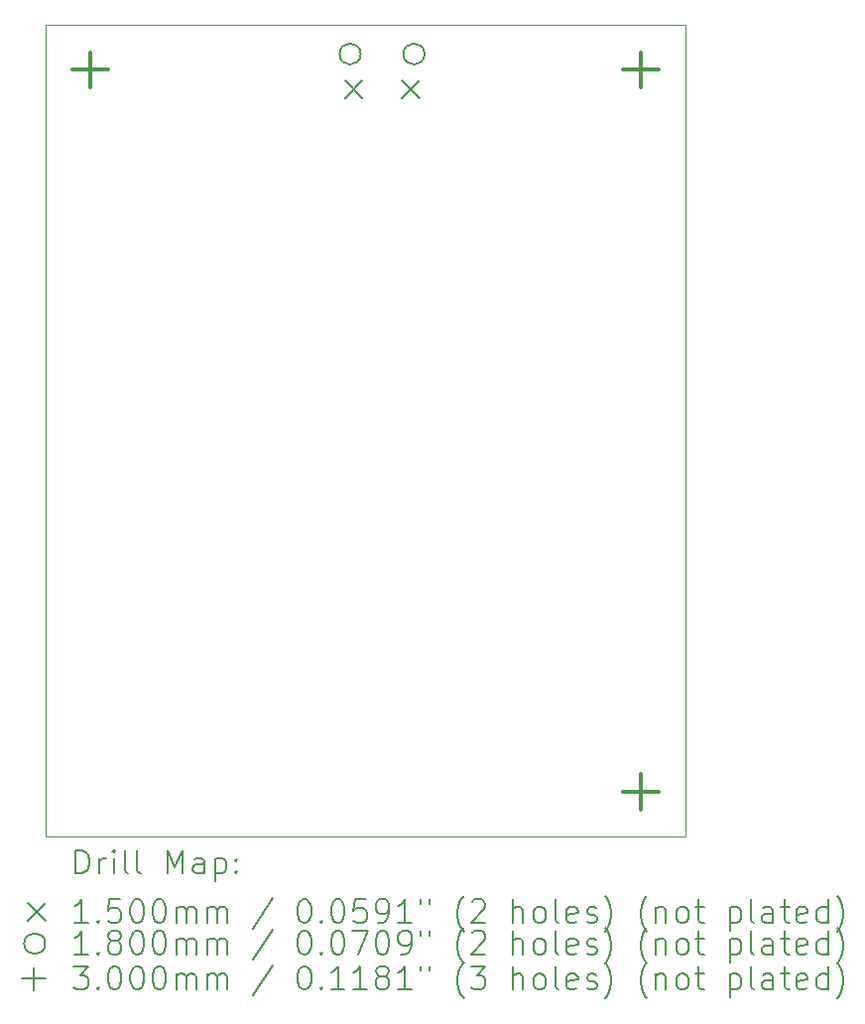
<source format=gbr>
%TF.GenerationSoftware,KiCad,Pcbnew,8.0.7*%
%TF.CreationDate,2025-01-17T18:29:09+11:00*%
%TF.ProjectId,MQTTDecoderExpansionBoard,4d515454-4465-4636-9f64-657245787061,A*%
%TF.SameCoordinates,Original*%
%TF.FileFunction,Drillmap*%
%TF.FilePolarity,Positive*%
%FSLAX45Y45*%
G04 Gerber Fmt 4.5, Leading zero omitted, Abs format (unit mm)*
G04 Created by KiCad (PCBNEW 8.0.7) date 2025-01-17 18:29:09*
%MOMM*%
%LPD*%
G01*
G04 APERTURE LIST*
%ADD10C,0.100000*%
%ADD11C,0.200000*%
%ADD12C,0.150000*%
%ADD13C,0.180000*%
%ADD14C,0.300000*%
G04 APERTURE END LIST*
D10*
X11430000Y-4254500D02*
X16891000Y-4254500D01*
X16891000Y-11176000D01*
X11430000Y-11176000D01*
X11430000Y-4254500D01*
D11*
D12*
X13982500Y-4728000D02*
X14132500Y-4878000D01*
X14132500Y-4728000D02*
X13982500Y-4878000D01*
X14467500Y-4728000D02*
X14617500Y-4878000D01*
X14617500Y-4728000D02*
X14467500Y-4878000D01*
D13*
X14117500Y-4500000D02*
G75*
G02*
X13937500Y-4500000I-90000J0D01*
G01*
X13937500Y-4500000D02*
G75*
G02*
X14117500Y-4500000I90000J0D01*
G01*
X14662500Y-4500000D02*
G75*
G02*
X14482500Y-4500000I-90000J0D01*
G01*
X14482500Y-4500000D02*
G75*
G02*
X14662500Y-4500000I90000J0D01*
G01*
D14*
X11811000Y-4485500D02*
X11811000Y-4785500D01*
X11661000Y-4635500D02*
X11961000Y-4635500D01*
X16510000Y-4485500D02*
X16510000Y-4785500D01*
X16360000Y-4635500D02*
X16660000Y-4635500D01*
X16510000Y-10645000D02*
X16510000Y-10945000D01*
X16360000Y-10795000D02*
X16660000Y-10795000D01*
D11*
X11685777Y-11492484D02*
X11685777Y-11292484D01*
X11685777Y-11292484D02*
X11733396Y-11292484D01*
X11733396Y-11292484D02*
X11761967Y-11302008D01*
X11761967Y-11302008D02*
X11781015Y-11321055D01*
X11781015Y-11321055D02*
X11790539Y-11340103D01*
X11790539Y-11340103D02*
X11800062Y-11378198D01*
X11800062Y-11378198D02*
X11800062Y-11406769D01*
X11800062Y-11406769D02*
X11790539Y-11444865D01*
X11790539Y-11444865D02*
X11781015Y-11463912D01*
X11781015Y-11463912D02*
X11761967Y-11482960D01*
X11761967Y-11482960D02*
X11733396Y-11492484D01*
X11733396Y-11492484D02*
X11685777Y-11492484D01*
X11885777Y-11492484D02*
X11885777Y-11359150D01*
X11885777Y-11397246D02*
X11895301Y-11378198D01*
X11895301Y-11378198D02*
X11904824Y-11368674D01*
X11904824Y-11368674D02*
X11923872Y-11359150D01*
X11923872Y-11359150D02*
X11942920Y-11359150D01*
X12009586Y-11492484D02*
X12009586Y-11359150D01*
X12009586Y-11292484D02*
X12000062Y-11302008D01*
X12000062Y-11302008D02*
X12009586Y-11311531D01*
X12009586Y-11311531D02*
X12019110Y-11302008D01*
X12019110Y-11302008D02*
X12009586Y-11292484D01*
X12009586Y-11292484D02*
X12009586Y-11311531D01*
X12133396Y-11492484D02*
X12114348Y-11482960D01*
X12114348Y-11482960D02*
X12104824Y-11463912D01*
X12104824Y-11463912D02*
X12104824Y-11292484D01*
X12238158Y-11492484D02*
X12219110Y-11482960D01*
X12219110Y-11482960D02*
X12209586Y-11463912D01*
X12209586Y-11463912D02*
X12209586Y-11292484D01*
X12466729Y-11492484D02*
X12466729Y-11292484D01*
X12466729Y-11292484D02*
X12533396Y-11435341D01*
X12533396Y-11435341D02*
X12600062Y-11292484D01*
X12600062Y-11292484D02*
X12600062Y-11492484D01*
X12781015Y-11492484D02*
X12781015Y-11387722D01*
X12781015Y-11387722D02*
X12771491Y-11368674D01*
X12771491Y-11368674D02*
X12752443Y-11359150D01*
X12752443Y-11359150D02*
X12714348Y-11359150D01*
X12714348Y-11359150D02*
X12695301Y-11368674D01*
X12781015Y-11482960D02*
X12761967Y-11492484D01*
X12761967Y-11492484D02*
X12714348Y-11492484D01*
X12714348Y-11492484D02*
X12695301Y-11482960D01*
X12695301Y-11482960D02*
X12685777Y-11463912D01*
X12685777Y-11463912D02*
X12685777Y-11444865D01*
X12685777Y-11444865D02*
X12695301Y-11425817D01*
X12695301Y-11425817D02*
X12714348Y-11416293D01*
X12714348Y-11416293D02*
X12761967Y-11416293D01*
X12761967Y-11416293D02*
X12781015Y-11406769D01*
X12876253Y-11359150D02*
X12876253Y-11559150D01*
X12876253Y-11368674D02*
X12895301Y-11359150D01*
X12895301Y-11359150D02*
X12933396Y-11359150D01*
X12933396Y-11359150D02*
X12952443Y-11368674D01*
X12952443Y-11368674D02*
X12961967Y-11378198D01*
X12961967Y-11378198D02*
X12971491Y-11397246D01*
X12971491Y-11397246D02*
X12971491Y-11454388D01*
X12971491Y-11454388D02*
X12961967Y-11473436D01*
X12961967Y-11473436D02*
X12952443Y-11482960D01*
X12952443Y-11482960D02*
X12933396Y-11492484D01*
X12933396Y-11492484D02*
X12895301Y-11492484D01*
X12895301Y-11492484D02*
X12876253Y-11482960D01*
X13057205Y-11473436D02*
X13066729Y-11482960D01*
X13066729Y-11482960D02*
X13057205Y-11492484D01*
X13057205Y-11492484D02*
X13047682Y-11482960D01*
X13047682Y-11482960D02*
X13057205Y-11473436D01*
X13057205Y-11473436D02*
X13057205Y-11492484D01*
X13057205Y-11368674D02*
X13066729Y-11378198D01*
X13066729Y-11378198D02*
X13057205Y-11387722D01*
X13057205Y-11387722D02*
X13047682Y-11378198D01*
X13047682Y-11378198D02*
X13057205Y-11368674D01*
X13057205Y-11368674D02*
X13057205Y-11387722D01*
D12*
X11275000Y-11746000D02*
X11425000Y-11896000D01*
X11425000Y-11746000D02*
X11275000Y-11896000D01*
D11*
X11790539Y-11912484D02*
X11676253Y-11912484D01*
X11733396Y-11912484D02*
X11733396Y-11712484D01*
X11733396Y-11712484D02*
X11714348Y-11741055D01*
X11714348Y-11741055D02*
X11695301Y-11760103D01*
X11695301Y-11760103D02*
X11676253Y-11769627D01*
X11876253Y-11893436D02*
X11885777Y-11902960D01*
X11885777Y-11902960D02*
X11876253Y-11912484D01*
X11876253Y-11912484D02*
X11866729Y-11902960D01*
X11866729Y-11902960D02*
X11876253Y-11893436D01*
X11876253Y-11893436D02*
X11876253Y-11912484D01*
X12066729Y-11712484D02*
X11971491Y-11712484D01*
X11971491Y-11712484D02*
X11961967Y-11807722D01*
X11961967Y-11807722D02*
X11971491Y-11798198D01*
X11971491Y-11798198D02*
X11990539Y-11788674D01*
X11990539Y-11788674D02*
X12038158Y-11788674D01*
X12038158Y-11788674D02*
X12057205Y-11798198D01*
X12057205Y-11798198D02*
X12066729Y-11807722D01*
X12066729Y-11807722D02*
X12076253Y-11826769D01*
X12076253Y-11826769D02*
X12076253Y-11874388D01*
X12076253Y-11874388D02*
X12066729Y-11893436D01*
X12066729Y-11893436D02*
X12057205Y-11902960D01*
X12057205Y-11902960D02*
X12038158Y-11912484D01*
X12038158Y-11912484D02*
X11990539Y-11912484D01*
X11990539Y-11912484D02*
X11971491Y-11902960D01*
X11971491Y-11902960D02*
X11961967Y-11893436D01*
X12200062Y-11712484D02*
X12219110Y-11712484D01*
X12219110Y-11712484D02*
X12238158Y-11722008D01*
X12238158Y-11722008D02*
X12247682Y-11731531D01*
X12247682Y-11731531D02*
X12257205Y-11750579D01*
X12257205Y-11750579D02*
X12266729Y-11788674D01*
X12266729Y-11788674D02*
X12266729Y-11836293D01*
X12266729Y-11836293D02*
X12257205Y-11874388D01*
X12257205Y-11874388D02*
X12247682Y-11893436D01*
X12247682Y-11893436D02*
X12238158Y-11902960D01*
X12238158Y-11902960D02*
X12219110Y-11912484D01*
X12219110Y-11912484D02*
X12200062Y-11912484D01*
X12200062Y-11912484D02*
X12181015Y-11902960D01*
X12181015Y-11902960D02*
X12171491Y-11893436D01*
X12171491Y-11893436D02*
X12161967Y-11874388D01*
X12161967Y-11874388D02*
X12152443Y-11836293D01*
X12152443Y-11836293D02*
X12152443Y-11788674D01*
X12152443Y-11788674D02*
X12161967Y-11750579D01*
X12161967Y-11750579D02*
X12171491Y-11731531D01*
X12171491Y-11731531D02*
X12181015Y-11722008D01*
X12181015Y-11722008D02*
X12200062Y-11712484D01*
X12390539Y-11712484D02*
X12409586Y-11712484D01*
X12409586Y-11712484D02*
X12428634Y-11722008D01*
X12428634Y-11722008D02*
X12438158Y-11731531D01*
X12438158Y-11731531D02*
X12447682Y-11750579D01*
X12447682Y-11750579D02*
X12457205Y-11788674D01*
X12457205Y-11788674D02*
X12457205Y-11836293D01*
X12457205Y-11836293D02*
X12447682Y-11874388D01*
X12447682Y-11874388D02*
X12438158Y-11893436D01*
X12438158Y-11893436D02*
X12428634Y-11902960D01*
X12428634Y-11902960D02*
X12409586Y-11912484D01*
X12409586Y-11912484D02*
X12390539Y-11912484D01*
X12390539Y-11912484D02*
X12371491Y-11902960D01*
X12371491Y-11902960D02*
X12361967Y-11893436D01*
X12361967Y-11893436D02*
X12352443Y-11874388D01*
X12352443Y-11874388D02*
X12342920Y-11836293D01*
X12342920Y-11836293D02*
X12342920Y-11788674D01*
X12342920Y-11788674D02*
X12352443Y-11750579D01*
X12352443Y-11750579D02*
X12361967Y-11731531D01*
X12361967Y-11731531D02*
X12371491Y-11722008D01*
X12371491Y-11722008D02*
X12390539Y-11712484D01*
X12542920Y-11912484D02*
X12542920Y-11779150D01*
X12542920Y-11798198D02*
X12552443Y-11788674D01*
X12552443Y-11788674D02*
X12571491Y-11779150D01*
X12571491Y-11779150D02*
X12600063Y-11779150D01*
X12600063Y-11779150D02*
X12619110Y-11788674D01*
X12619110Y-11788674D02*
X12628634Y-11807722D01*
X12628634Y-11807722D02*
X12628634Y-11912484D01*
X12628634Y-11807722D02*
X12638158Y-11788674D01*
X12638158Y-11788674D02*
X12657205Y-11779150D01*
X12657205Y-11779150D02*
X12685777Y-11779150D01*
X12685777Y-11779150D02*
X12704824Y-11788674D01*
X12704824Y-11788674D02*
X12714348Y-11807722D01*
X12714348Y-11807722D02*
X12714348Y-11912484D01*
X12809586Y-11912484D02*
X12809586Y-11779150D01*
X12809586Y-11798198D02*
X12819110Y-11788674D01*
X12819110Y-11788674D02*
X12838158Y-11779150D01*
X12838158Y-11779150D02*
X12866729Y-11779150D01*
X12866729Y-11779150D02*
X12885777Y-11788674D01*
X12885777Y-11788674D02*
X12895301Y-11807722D01*
X12895301Y-11807722D02*
X12895301Y-11912484D01*
X12895301Y-11807722D02*
X12904824Y-11788674D01*
X12904824Y-11788674D02*
X12923872Y-11779150D01*
X12923872Y-11779150D02*
X12952443Y-11779150D01*
X12952443Y-11779150D02*
X12971491Y-11788674D01*
X12971491Y-11788674D02*
X12981015Y-11807722D01*
X12981015Y-11807722D02*
X12981015Y-11912484D01*
X13371491Y-11702960D02*
X13200063Y-11960103D01*
X13628634Y-11712484D02*
X13647682Y-11712484D01*
X13647682Y-11712484D02*
X13666729Y-11722008D01*
X13666729Y-11722008D02*
X13676253Y-11731531D01*
X13676253Y-11731531D02*
X13685777Y-11750579D01*
X13685777Y-11750579D02*
X13695301Y-11788674D01*
X13695301Y-11788674D02*
X13695301Y-11836293D01*
X13695301Y-11836293D02*
X13685777Y-11874388D01*
X13685777Y-11874388D02*
X13676253Y-11893436D01*
X13676253Y-11893436D02*
X13666729Y-11902960D01*
X13666729Y-11902960D02*
X13647682Y-11912484D01*
X13647682Y-11912484D02*
X13628634Y-11912484D01*
X13628634Y-11912484D02*
X13609586Y-11902960D01*
X13609586Y-11902960D02*
X13600063Y-11893436D01*
X13600063Y-11893436D02*
X13590539Y-11874388D01*
X13590539Y-11874388D02*
X13581015Y-11836293D01*
X13581015Y-11836293D02*
X13581015Y-11788674D01*
X13581015Y-11788674D02*
X13590539Y-11750579D01*
X13590539Y-11750579D02*
X13600063Y-11731531D01*
X13600063Y-11731531D02*
X13609586Y-11722008D01*
X13609586Y-11722008D02*
X13628634Y-11712484D01*
X13781015Y-11893436D02*
X13790539Y-11902960D01*
X13790539Y-11902960D02*
X13781015Y-11912484D01*
X13781015Y-11912484D02*
X13771491Y-11902960D01*
X13771491Y-11902960D02*
X13781015Y-11893436D01*
X13781015Y-11893436D02*
X13781015Y-11912484D01*
X13914348Y-11712484D02*
X13933396Y-11712484D01*
X13933396Y-11712484D02*
X13952444Y-11722008D01*
X13952444Y-11722008D02*
X13961967Y-11731531D01*
X13961967Y-11731531D02*
X13971491Y-11750579D01*
X13971491Y-11750579D02*
X13981015Y-11788674D01*
X13981015Y-11788674D02*
X13981015Y-11836293D01*
X13981015Y-11836293D02*
X13971491Y-11874388D01*
X13971491Y-11874388D02*
X13961967Y-11893436D01*
X13961967Y-11893436D02*
X13952444Y-11902960D01*
X13952444Y-11902960D02*
X13933396Y-11912484D01*
X13933396Y-11912484D02*
X13914348Y-11912484D01*
X13914348Y-11912484D02*
X13895301Y-11902960D01*
X13895301Y-11902960D02*
X13885777Y-11893436D01*
X13885777Y-11893436D02*
X13876253Y-11874388D01*
X13876253Y-11874388D02*
X13866729Y-11836293D01*
X13866729Y-11836293D02*
X13866729Y-11788674D01*
X13866729Y-11788674D02*
X13876253Y-11750579D01*
X13876253Y-11750579D02*
X13885777Y-11731531D01*
X13885777Y-11731531D02*
X13895301Y-11722008D01*
X13895301Y-11722008D02*
X13914348Y-11712484D01*
X14161967Y-11712484D02*
X14066729Y-11712484D01*
X14066729Y-11712484D02*
X14057206Y-11807722D01*
X14057206Y-11807722D02*
X14066729Y-11798198D01*
X14066729Y-11798198D02*
X14085777Y-11788674D01*
X14085777Y-11788674D02*
X14133396Y-11788674D01*
X14133396Y-11788674D02*
X14152444Y-11798198D01*
X14152444Y-11798198D02*
X14161967Y-11807722D01*
X14161967Y-11807722D02*
X14171491Y-11826769D01*
X14171491Y-11826769D02*
X14171491Y-11874388D01*
X14171491Y-11874388D02*
X14161967Y-11893436D01*
X14161967Y-11893436D02*
X14152444Y-11902960D01*
X14152444Y-11902960D02*
X14133396Y-11912484D01*
X14133396Y-11912484D02*
X14085777Y-11912484D01*
X14085777Y-11912484D02*
X14066729Y-11902960D01*
X14066729Y-11902960D02*
X14057206Y-11893436D01*
X14266729Y-11912484D02*
X14304825Y-11912484D01*
X14304825Y-11912484D02*
X14323872Y-11902960D01*
X14323872Y-11902960D02*
X14333396Y-11893436D01*
X14333396Y-11893436D02*
X14352444Y-11864865D01*
X14352444Y-11864865D02*
X14361967Y-11826769D01*
X14361967Y-11826769D02*
X14361967Y-11750579D01*
X14361967Y-11750579D02*
X14352444Y-11731531D01*
X14352444Y-11731531D02*
X14342920Y-11722008D01*
X14342920Y-11722008D02*
X14323872Y-11712484D01*
X14323872Y-11712484D02*
X14285777Y-11712484D01*
X14285777Y-11712484D02*
X14266729Y-11722008D01*
X14266729Y-11722008D02*
X14257206Y-11731531D01*
X14257206Y-11731531D02*
X14247682Y-11750579D01*
X14247682Y-11750579D02*
X14247682Y-11798198D01*
X14247682Y-11798198D02*
X14257206Y-11817246D01*
X14257206Y-11817246D02*
X14266729Y-11826769D01*
X14266729Y-11826769D02*
X14285777Y-11836293D01*
X14285777Y-11836293D02*
X14323872Y-11836293D01*
X14323872Y-11836293D02*
X14342920Y-11826769D01*
X14342920Y-11826769D02*
X14352444Y-11817246D01*
X14352444Y-11817246D02*
X14361967Y-11798198D01*
X14552444Y-11912484D02*
X14438158Y-11912484D01*
X14495301Y-11912484D02*
X14495301Y-11712484D01*
X14495301Y-11712484D02*
X14476253Y-11741055D01*
X14476253Y-11741055D02*
X14457206Y-11760103D01*
X14457206Y-11760103D02*
X14438158Y-11769627D01*
X14628634Y-11712484D02*
X14628634Y-11750579D01*
X14704825Y-11712484D02*
X14704825Y-11750579D01*
X15000063Y-11988674D02*
X14990539Y-11979150D01*
X14990539Y-11979150D02*
X14971491Y-11950579D01*
X14971491Y-11950579D02*
X14961968Y-11931531D01*
X14961968Y-11931531D02*
X14952444Y-11902960D01*
X14952444Y-11902960D02*
X14942920Y-11855341D01*
X14942920Y-11855341D02*
X14942920Y-11817246D01*
X14942920Y-11817246D02*
X14952444Y-11769627D01*
X14952444Y-11769627D02*
X14961968Y-11741055D01*
X14961968Y-11741055D02*
X14971491Y-11722008D01*
X14971491Y-11722008D02*
X14990539Y-11693436D01*
X14990539Y-11693436D02*
X15000063Y-11683912D01*
X15066729Y-11731531D02*
X15076253Y-11722008D01*
X15076253Y-11722008D02*
X15095301Y-11712484D01*
X15095301Y-11712484D02*
X15142920Y-11712484D01*
X15142920Y-11712484D02*
X15161968Y-11722008D01*
X15161968Y-11722008D02*
X15171491Y-11731531D01*
X15171491Y-11731531D02*
X15181015Y-11750579D01*
X15181015Y-11750579D02*
X15181015Y-11769627D01*
X15181015Y-11769627D02*
X15171491Y-11798198D01*
X15171491Y-11798198D02*
X15057206Y-11912484D01*
X15057206Y-11912484D02*
X15181015Y-11912484D01*
X15419110Y-11912484D02*
X15419110Y-11712484D01*
X15504825Y-11912484D02*
X15504825Y-11807722D01*
X15504825Y-11807722D02*
X15495301Y-11788674D01*
X15495301Y-11788674D02*
X15476253Y-11779150D01*
X15476253Y-11779150D02*
X15447682Y-11779150D01*
X15447682Y-11779150D02*
X15428634Y-11788674D01*
X15428634Y-11788674D02*
X15419110Y-11798198D01*
X15628634Y-11912484D02*
X15609587Y-11902960D01*
X15609587Y-11902960D02*
X15600063Y-11893436D01*
X15600063Y-11893436D02*
X15590539Y-11874388D01*
X15590539Y-11874388D02*
X15590539Y-11817246D01*
X15590539Y-11817246D02*
X15600063Y-11798198D01*
X15600063Y-11798198D02*
X15609587Y-11788674D01*
X15609587Y-11788674D02*
X15628634Y-11779150D01*
X15628634Y-11779150D02*
X15657206Y-11779150D01*
X15657206Y-11779150D02*
X15676253Y-11788674D01*
X15676253Y-11788674D02*
X15685777Y-11798198D01*
X15685777Y-11798198D02*
X15695301Y-11817246D01*
X15695301Y-11817246D02*
X15695301Y-11874388D01*
X15695301Y-11874388D02*
X15685777Y-11893436D01*
X15685777Y-11893436D02*
X15676253Y-11902960D01*
X15676253Y-11902960D02*
X15657206Y-11912484D01*
X15657206Y-11912484D02*
X15628634Y-11912484D01*
X15809587Y-11912484D02*
X15790539Y-11902960D01*
X15790539Y-11902960D02*
X15781015Y-11883912D01*
X15781015Y-11883912D02*
X15781015Y-11712484D01*
X15961968Y-11902960D02*
X15942920Y-11912484D01*
X15942920Y-11912484D02*
X15904825Y-11912484D01*
X15904825Y-11912484D02*
X15885777Y-11902960D01*
X15885777Y-11902960D02*
X15876253Y-11883912D01*
X15876253Y-11883912D02*
X15876253Y-11807722D01*
X15876253Y-11807722D02*
X15885777Y-11788674D01*
X15885777Y-11788674D02*
X15904825Y-11779150D01*
X15904825Y-11779150D02*
X15942920Y-11779150D01*
X15942920Y-11779150D02*
X15961968Y-11788674D01*
X15961968Y-11788674D02*
X15971491Y-11807722D01*
X15971491Y-11807722D02*
X15971491Y-11826769D01*
X15971491Y-11826769D02*
X15876253Y-11845817D01*
X16047682Y-11902960D02*
X16066730Y-11912484D01*
X16066730Y-11912484D02*
X16104825Y-11912484D01*
X16104825Y-11912484D02*
X16123872Y-11902960D01*
X16123872Y-11902960D02*
X16133396Y-11883912D01*
X16133396Y-11883912D02*
X16133396Y-11874388D01*
X16133396Y-11874388D02*
X16123872Y-11855341D01*
X16123872Y-11855341D02*
X16104825Y-11845817D01*
X16104825Y-11845817D02*
X16076253Y-11845817D01*
X16076253Y-11845817D02*
X16057206Y-11836293D01*
X16057206Y-11836293D02*
X16047682Y-11817246D01*
X16047682Y-11817246D02*
X16047682Y-11807722D01*
X16047682Y-11807722D02*
X16057206Y-11788674D01*
X16057206Y-11788674D02*
X16076253Y-11779150D01*
X16076253Y-11779150D02*
X16104825Y-11779150D01*
X16104825Y-11779150D02*
X16123872Y-11788674D01*
X16200063Y-11988674D02*
X16209587Y-11979150D01*
X16209587Y-11979150D02*
X16228634Y-11950579D01*
X16228634Y-11950579D02*
X16238158Y-11931531D01*
X16238158Y-11931531D02*
X16247682Y-11902960D01*
X16247682Y-11902960D02*
X16257206Y-11855341D01*
X16257206Y-11855341D02*
X16257206Y-11817246D01*
X16257206Y-11817246D02*
X16247682Y-11769627D01*
X16247682Y-11769627D02*
X16238158Y-11741055D01*
X16238158Y-11741055D02*
X16228634Y-11722008D01*
X16228634Y-11722008D02*
X16209587Y-11693436D01*
X16209587Y-11693436D02*
X16200063Y-11683912D01*
X16561968Y-11988674D02*
X16552444Y-11979150D01*
X16552444Y-11979150D02*
X16533396Y-11950579D01*
X16533396Y-11950579D02*
X16523872Y-11931531D01*
X16523872Y-11931531D02*
X16514349Y-11902960D01*
X16514349Y-11902960D02*
X16504825Y-11855341D01*
X16504825Y-11855341D02*
X16504825Y-11817246D01*
X16504825Y-11817246D02*
X16514349Y-11769627D01*
X16514349Y-11769627D02*
X16523872Y-11741055D01*
X16523872Y-11741055D02*
X16533396Y-11722008D01*
X16533396Y-11722008D02*
X16552444Y-11693436D01*
X16552444Y-11693436D02*
X16561968Y-11683912D01*
X16638158Y-11779150D02*
X16638158Y-11912484D01*
X16638158Y-11798198D02*
X16647682Y-11788674D01*
X16647682Y-11788674D02*
X16666730Y-11779150D01*
X16666730Y-11779150D02*
X16695301Y-11779150D01*
X16695301Y-11779150D02*
X16714349Y-11788674D01*
X16714349Y-11788674D02*
X16723872Y-11807722D01*
X16723872Y-11807722D02*
X16723872Y-11912484D01*
X16847682Y-11912484D02*
X16828634Y-11902960D01*
X16828634Y-11902960D02*
X16819111Y-11893436D01*
X16819111Y-11893436D02*
X16809587Y-11874388D01*
X16809587Y-11874388D02*
X16809587Y-11817246D01*
X16809587Y-11817246D02*
X16819111Y-11798198D01*
X16819111Y-11798198D02*
X16828634Y-11788674D01*
X16828634Y-11788674D02*
X16847682Y-11779150D01*
X16847682Y-11779150D02*
X16876254Y-11779150D01*
X16876254Y-11779150D02*
X16895301Y-11788674D01*
X16895301Y-11788674D02*
X16904825Y-11798198D01*
X16904825Y-11798198D02*
X16914349Y-11817246D01*
X16914349Y-11817246D02*
X16914349Y-11874388D01*
X16914349Y-11874388D02*
X16904825Y-11893436D01*
X16904825Y-11893436D02*
X16895301Y-11902960D01*
X16895301Y-11902960D02*
X16876254Y-11912484D01*
X16876254Y-11912484D02*
X16847682Y-11912484D01*
X16971492Y-11779150D02*
X17047682Y-11779150D01*
X17000063Y-11712484D02*
X17000063Y-11883912D01*
X17000063Y-11883912D02*
X17009587Y-11902960D01*
X17009587Y-11902960D02*
X17028634Y-11912484D01*
X17028634Y-11912484D02*
X17047682Y-11912484D01*
X17266730Y-11779150D02*
X17266730Y-11979150D01*
X17266730Y-11788674D02*
X17285777Y-11779150D01*
X17285777Y-11779150D02*
X17323873Y-11779150D01*
X17323873Y-11779150D02*
X17342920Y-11788674D01*
X17342920Y-11788674D02*
X17352444Y-11798198D01*
X17352444Y-11798198D02*
X17361968Y-11817246D01*
X17361968Y-11817246D02*
X17361968Y-11874388D01*
X17361968Y-11874388D02*
X17352444Y-11893436D01*
X17352444Y-11893436D02*
X17342920Y-11902960D01*
X17342920Y-11902960D02*
X17323873Y-11912484D01*
X17323873Y-11912484D02*
X17285777Y-11912484D01*
X17285777Y-11912484D02*
X17266730Y-11902960D01*
X17476254Y-11912484D02*
X17457206Y-11902960D01*
X17457206Y-11902960D02*
X17447682Y-11883912D01*
X17447682Y-11883912D02*
X17447682Y-11712484D01*
X17638158Y-11912484D02*
X17638158Y-11807722D01*
X17638158Y-11807722D02*
X17628635Y-11788674D01*
X17628635Y-11788674D02*
X17609587Y-11779150D01*
X17609587Y-11779150D02*
X17571492Y-11779150D01*
X17571492Y-11779150D02*
X17552444Y-11788674D01*
X17638158Y-11902960D02*
X17619111Y-11912484D01*
X17619111Y-11912484D02*
X17571492Y-11912484D01*
X17571492Y-11912484D02*
X17552444Y-11902960D01*
X17552444Y-11902960D02*
X17542920Y-11883912D01*
X17542920Y-11883912D02*
X17542920Y-11864865D01*
X17542920Y-11864865D02*
X17552444Y-11845817D01*
X17552444Y-11845817D02*
X17571492Y-11836293D01*
X17571492Y-11836293D02*
X17619111Y-11836293D01*
X17619111Y-11836293D02*
X17638158Y-11826769D01*
X17704825Y-11779150D02*
X17781015Y-11779150D01*
X17733396Y-11712484D02*
X17733396Y-11883912D01*
X17733396Y-11883912D02*
X17742920Y-11902960D01*
X17742920Y-11902960D02*
X17761968Y-11912484D01*
X17761968Y-11912484D02*
X17781015Y-11912484D01*
X17923873Y-11902960D02*
X17904825Y-11912484D01*
X17904825Y-11912484D02*
X17866730Y-11912484D01*
X17866730Y-11912484D02*
X17847682Y-11902960D01*
X17847682Y-11902960D02*
X17838158Y-11883912D01*
X17838158Y-11883912D02*
X17838158Y-11807722D01*
X17838158Y-11807722D02*
X17847682Y-11788674D01*
X17847682Y-11788674D02*
X17866730Y-11779150D01*
X17866730Y-11779150D02*
X17904825Y-11779150D01*
X17904825Y-11779150D02*
X17923873Y-11788674D01*
X17923873Y-11788674D02*
X17933396Y-11807722D01*
X17933396Y-11807722D02*
X17933396Y-11826769D01*
X17933396Y-11826769D02*
X17838158Y-11845817D01*
X18104825Y-11912484D02*
X18104825Y-11712484D01*
X18104825Y-11902960D02*
X18085777Y-11912484D01*
X18085777Y-11912484D02*
X18047682Y-11912484D01*
X18047682Y-11912484D02*
X18028635Y-11902960D01*
X18028635Y-11902960D02*
X18019111Y-11893436D01*
X18019111Y-11893436D02*
X18009587Y-11874388D01*
X18009587Y-11874388D02*
X18009587Y-11817246D01*
X18009587Y-11817246D02*
X18019111Y-11798198D01*
X18019111Y-11798198D02*
X18028635Y-11788674D01*
X18028635Y-11788674D02*
X18047682Y-11779150D01*
X18047682Y-11779150D02*
X18085777Y-11779150D01*
X18085777Y-11779150D02*
X18104825Y-11788674D01*
X18181016Y-11988674D02*
X18190539Y-11979150D01*
X18190539Y-11979150D02*
X18209587Y-11950579D01*
X18209587Y-11950579D02*
X18219111Y-11931531D01*
X18219111Y-11931531D02*
X18228635Y-11902960D01*
X18228635Y-11902960D02*
X18238158Y-11855341D01*
X18238158Y-11855341D02*
X18238158Y-11817246D01*
X18238158Y-11817246D02*
X18228635Y-11769627D01*
X18228635Y-11769627D02*
X18219111Y-11741055D01*
X18219111Y-11741055D02*
X18209587Y-11722008D01*
X18209587Y-11722008D02*
X18190539Y-11693436D01*
X18190539Y-11693436D02*
X18181016Y-11683912D01*
D13*
X11425000Y-12091000D02*
G75*
G02*
X11245000Y-12091000I-90000J0D01*
G01*
X11245000Y-12091000D02*
G75*
G02*
X11425000Y-12091000I90000J0D01*
G01*
D11*
X11790539Y-12182484D02*
X11676253Y-12182484D01*
X11733396Y-12182484D02*
X11733396Y-11982484D01*
X11733396Y-11982484D02*
X11714348Y-12011055D01*
X11714348Y-12011055D02*
X11695301Y-12030103D01*
X11695301Y-12030103D02*
X11676253Y-12039627D01*
X11876253Y-12163436D02*
X11885777Y-12172960D01*
X11885777Y-12172960D02*
X11876253Y-12182484D01*
X11876253Y-12182484D02*
X11866729Y-12172960D01*
X11866729Y-12172960D02*
X11876253Y-12163436D01*
X11876253Y-12163436D02*
X11876253Y-12182484D01*
X12000062Y-12068198D02*
X11981015Y-12058674D01*
X11981015Y-12058674D02*
X11971491Y-12049150D01*
X11971491Y-12049150D02*
X11961967Y-12030103D01*
X11961967Y-12030103D02*
X11961967Y-12020579D01*
X11961967Y-12020579D02*
X11971491Y-12001531D01*
X11971491Y-12001531D02*
X11981015Y-11992008D01*
X11981015Y-11992008D02*
X12000062Y-11982484D01*
X12000062Y-11982484D02*
X12038158Y-11982484D01*
X12038158Y-11982484D02*
X12057205Y-11992008D01*
X12057205Y-11992008D02*
X12066729Y-12001531D01*
X12066729Y-12001531D02*
X12076253Y-12020579D01*
X12076253Y-12020579D02*
X12076253Y-12030103D01*
X12076253Y-12030103D02*
X12066729Y-12049150D01*
X12066729Y-12049150D02*
X12057205Y-12058674D01*
X12057205Y-12058674D02*
X12038158Y-12068198D01*
X12038158Y-12068198D02*
X12000062Y-12068198D01*
X12000062Y-12068198D02*
X11981015Y-12077722D01*
X11981015Y-12077722D02*
X11971491Y-12087246D01*
X11971491Y-12087246D02*
X11961967Y-12106293D01*
X11961967Y-12106293D02*
X11961967Y-12144388D01*
X11961967Y-12144388D02*
X11971491Y-12163436D01*
X11971491Y-12163436D02*
X11981015Y-12172960D01*
X11981015Y-12172960D02*
X12000062Y-12182484D01*
X12000062Y-12182484D02*
X12038158Y-12182484D01*
X12038158Y-12182484D02*
X12057205Y-12172960D01*
X12057205Y-12172960D02*
X12066729Y-12163436D01*
X12066729Y-12163436D02*
X12076253Y-12144388D01*
X12076253Y-12144388D02*
X12076253Y-12106293D01*
X12076253Y-12106293D02*
X12066729Y-12087246D01*
X12066729Y-12087246D02*
X12057205Y-12077722D01*
X12057205Y-12077722D02*
X12038158Y-12068198D01*
X12200062Y-11982484D02*
X12219110Y-11982484D01*
X12219110Y-11982484D02*
X12238158Y-11992008D01*
X12238158Y-11992008D02*
X12247682Y-12001531D01*
X12247682Y-12001531D02*
X12257205Y-12020579D01*
X12257205Y-12020579D02*
X12266729Y-12058674D01*
X12266729Y-12058674D02*
X12266729Y-12106293D01*
X12266729Y-12106293D02*
X12257205Y-12144388D01*
X12257205Y-12144388D02*
X12247682Y-12163436D01*
X12247682Y-12163436D02*
X12238158Y-12172960D01*
X12238158Y-12172960D02*
X12219110Y-12182484D01*
X12219110Y-12182484D02*
X12200062Y-12182484D01*
X12200062Y-12182484D02*
X12181015Y-12172960D01*
X12181015Y-12172960D02*
X12171491Y-12163436D01*
X12171491Y-12163436D02*
X12161967Y-12144388D01*
X12161967Y-12144388D02*
X12152443Y-12106293D01*
X12152443Y-12106293D02*
X12152443Y-12058674D01*
X12152443Y-12058674D02*
X12161967Y-12020579D01*
X12161967Y-12020579D02*
X12171491Y-12001531D01*
X12171491Y-12001531D02*
X12181015Y-11992008D01*
X12181015Y-11992008D02*
X12200062Y-11982484D01*
X12390539Y-11982484D02*
X12409586Y-11982484D01*
X12409586Y-11982484D02*
X12428634Y-11992008D01*
X12428634Y-11992008D02*
X12438158Y-12001531D01*
X12438158Y-12001531D02*
X12447682Y-12020579D01*
X12447682Y-12020579D02*
X12457205Y-12058674D01*
X12457205Y-12058674D02*
X12457205Y-12106293D01*
X12457205Y-12106293D02*
X12447682Y-12144388D01*
X12447682Y-12144388D02*
X12438158Y-12163436D01*
X12438158Y-12163436D02*
X12428634Y-12172960D01*
X12428634Y-12172960D02*
X12409586Y-12182484D01*
X12409586Y-12182484D02*
X12390539Y-12182484D01*
X12390539Y-12182484D02*
X12371491Y-12172960D01*
X12371491Y-12172960D02*
X12361967Y-12163436D01*
X12361967Y-12163436D02*
X12352443Y-12144388D01*
X12352443Y-12144388D02*
X12342920Y-12106293D01*
X12342920Y-12106293D02*
X12342920Y-12058674D01*
X12342920Y-12058674D02*
X12352443Y-12020579D01*
X12352443Y-12020579D02*
X12361967Y-12001531D01*
X12361967Y-12001531D02*
X12371491Y-11992008D01*
X12371491Y-11992008D02*
X12390539Y-11982484D01*
X12542920Y-12182484D02*
X12542920Y-12049150D01*
X12542920Y-12068198D02*
X12552443Y-12058674D01*
X12552443Y-12058674D02*
X12571491Y-12049150D01*
X12571491Y-12049150D02*
X12600063Y-12049150D01*
X12600063Y-12049150D02*
X12619110Y-12058674D01*
X12619110Y-12058674D02*
X12628634Y-12077722D01*
X12628634Y-12077722D02*
X12628634Y-12182484D01*
X12628634Y-12077722D02*
X12638158Y-12058674D01*
X12638158Y-12058674D02*
X12657205Y-12049150D01*
X12657205Y-12049150D02*
X12685777Y-12049150D01*
X12685777Y-12049150D02*
X12704824Y-12058674D01*
X12704824Y-12058674D02*
X12714348Y-12077722D01*
X12714348Y-12077722D02*
X12714348Y-12182484D01*
X12809586Y-12182484D02*
X12809586Y-12049150D01*
X12809586Y-12068198D02*
X12819110Y-12058674D01*
X12819110Y-12058674D02*
X12838158Y-12049150D01*
X12838158Y-12049150D02*
X12866729Y-12049150D01*
X12866729Y-12049150D02*
X12885777Y-12058674D01*
X12885777Y-12058674D02*
X12895301Y-12077722D01*
X12895301Y-12077722D02*
X12895301Y-12182484D01*
X12895301Y-12077722D02*
X12904824Y-12058674D01*
X12904824Y-12058674D02*
X12923872Y-12049150D01*
X12923872Y-12049150D02*
X12952443Y-12049150D01*
X12952443Y-12049150D02*
X12971491Y-12058674D01*
X12971491Y-12058674D02*
X12981015Y-12077722D01*
X12981015Y-12077722D02*
X12981015Y-12182484D01*
X13371491Y-11972960D02*
X13200063Y-12230103D01*
X13628634Y-11982484D02*
X13647682Y-11982484D01*
X13647682Y-11982484D02*
X13666729Y-11992008D01*
X13666729Y-11992008D02*
X13676253Y-12001531D01*
X13676253Y-12001531D02*
X13685777Y-12020579D01*
X13685777Y-12020579D02*
X13695301Y-12058674D01*
X13695301Y-12058674D02*
X13695301Y-12106293D01*
X13695301Y-12106293D02*
X13685777Y-12144388D01*
X13685777Y-12144388D02*
X13676253Y-12163436D01*
X13676253Y-12163436D02*
X13666729Y-12172960D01*
X13666729Y-12172960D02*
X13647682Y-12182484D01*
X13647682Y-12182484D02*
X13628634Y-12182484D01*
X13628634Y-12182484D02*
X13609586Y-12172960D01*
X13609586Y-12172960D02*
X13600063Y-12163436D01*
X13600063Y-12163436D02*
X13590539Y-12144388D01*
X13590539Y-12144388D02*
X13581015Y-12106293D01*
X13581015Y-12106293D02*
X13581015Y-12058674D01*
X13581015Y-12058674D02*
X13590539Y-12020579D01*
X13590539Y-12020579D02*
X13600063Y-12001531D01*
X13600063Y-12001531D02*
X13609586Y-11992008D01*
X13609586Y-11992008D02*
X13628634Y-11982484D01*
X13781015Y-12163436D02*
X13790539Y-12172960D01*
X13790539Y-12172960D02*
X13781015Y-12182484D01*
X13781015Y-12182484D02*
X13771491Y-12172960D01*
X13771491Y-12172960D02*
X13781015Y-12163436D01*
X13781015Y-12163436D02*
X13781015Y-12182484D01*
X13914348Y-11982484D02*
X13933396Y-11982484D01*
X13933396Y-11982484D02*
X13952444Y-11992008D01*
X13952444Y-11992008D02*
X13961967Y-12001531D01*
X13961967Y-12001531D02*
X13971491Y-12020579D01*
X13971491Y-12020579D02*
X13981015Y-12058674D01*
X13981015Y-12058674D02*
X13981015Y-12106293D01*
X13981015Y-12106293D02*
X13971491Y-12144388D01*
X13971491Y-12144388D02*
X13961967Y-12163436D01*
X13961967Y-12163436D02*
X13952444Y-12172960D01*
X13952444Y-12172960D02*
X13933396Y-12182484D01*
X13933396Y-12182484D02*
X13914348Y-12182484D01*
X13914348Y-12182484D02*
X13895301Y-12172960D01*
X13895301Y-12172960D02*
X13885777Y-12163436D01*
X13885777Y-12163436D02*
X13876253Y-12144388D01*
X13876253Y-12144388D02*
X13866729Y-12106293D01*
X13866729Y-12106293D02*
X13866729Y-12058674D01*
X13866729Y-12058674D02*
X13876253Y-12020579D01*
X13876253Y-12020579D02*
X13885777Y-12001531D01*
X13885777Y-12001531D02*
X13895301Y-11992008D01*
X13895301Y-11992008D02*
X13914348Y-11982484D01*
X14047682Y-11982484D02*
X14181015Y-11982484D01*
X14181015Y-11982484D02*
X14095301Y-12182484D01*
X14295301Y-11982484D02*
X14314348Y-11982484D01*
X14314348Y-11982484D02*
X14333396Y-11992008D01*
X14333396Y-11992008D02*
X14342920Y-12001531D01*
X14342920Y-12001531D02*
X14352444Y-12020579D01*
X14352444Y-12020579D02*
X14361967Y-12058674D01*
X14361967Y-12058674D02*
X14361967Y-12106293D01*
X14361967Y-12106293D02*
X14352444Y-12144388D01*
X14352444Y-12144388D02*
X14342920Y-12163436D01*
X14342920Y-12163436D02*
X14333396Y-12172960D01*
X14333396Y-12172960D02*
X14314348Y-12182484D01*
X14314348Y-12182484D02*
X14295301Y-12182484D01*
X14295301Y-12182484D02*
X14276253Y-12172960D01*
X14276253Y-12172960D02*
X14266729Y-12163436D01*
X14266729Y-12163436D02*
X14257206Y-12144388D01*
X14257206Y-12144388D02*
X14247682Y-12106293D01*
X14247682Y-12106293D02*
X14247682Y-12058674D01*
X14247682Y-12058674D02*
X14257206Y-12020579D01*
X14257206Y-12020579D02*
X14266729Y-12001531D01*
X14266729Y-12001531D02*
X14276253Y-11992008D01*
X14276253Y-11992008D02*
X14295301Y-11982484D01*
X14457206Y-12182484D02*
X14495301Y-12182484D01*
X14495301Y-12182484D02*
X14514348Y-12172960D01*
X14514348Y-12172960D02*
X14523872Y-12163436D01*
X14523872Y-12163436D02*
X14542920Y-12134865D01*
X14542920Y-12134865D02*
X14552444Y-12096769D01*
X14552444Y-12096769D02*
X14552444Y-12020579D01*
X14552444Y-12020579D02*
X14542920Y-12001531D01*
X14542920Y-12001531D02*
X14533396Y-11992008D01*
X14533396Y-11992008D02*
X14514348Y-11982484D01*
X14514348Y-11982484D02*
X14476253Y-11982484D01*
X14476253Y-11982484D02*
X14457206Y-11992008D01*
X14457206Y-11992008D02*
X14447682Y-12001531D01*
X14447682Y-12001531D02*
X14438158Y-12020579D01*
X14438158Y-12020579D02*
X14438158Y-12068198D01*
X14438158Y-12068198D02*
X14447682Y-12087246D01*
X14447682Y-12087246D02*
X14457206Y-12096769D01*
X14457206Y-12096769D02*
X14476253Y-12106293D01*
X14476253Y-12106293D02*
X14514348Y-12106293D01*
X14514348Y-12106293D02*
X14533396Y-12096769D01*
X14533396Y-12096769D02*
X14542920Y-12087246D01*
X14542920Y-12087246D02*
X14552444Y-12068198D01*
X14628634Y-11982484D02*
X14628634Y-12020579D01*
X14704825Y-11982484D02*
X14704825Y-12020579D01*
X15000063Y-12258674D02*
X14990539Y-12249150D01*
X14990539Y-12249150D02*
X14971491Y-12220579D01*
X14971491Y-12220579D02*
X14961968Y-12201531D01*
X14961968Y-12201531D02*
X14952444Y-12172960D01*
X14952444Y-12172960D02*
X14942920Y-12125341D01*
X14942920Y-12125341D02*
X14942920Y-12087246D01*
X14942920Y-12087246D02*
X14952444Y-12039627D01*
X14952444Y-12039627D02*
X14961968Y-12011055D01*
X14961968Y-12011055D02*
X14971491Y-11992008D01*
X14971491Y-11992008D02*
X14990539Y-11963436D01*
X14990539Y-11963436D02*
X15000063Y-11953912D01*
X15066729Y-12001531D02*
X15076253Y-11992008D01*
X15076253Y-11992008D02*
X15095301Y-11982484D01*
X15095301Y-11982484D02*
X15142920Y-11982484D01*
X15142920Y-11982484D02*
X15161968Y-11992008D01*
X15161968Y-11992008D02*
X15171491Y-12001531D01*
X15171491Y-12001531D02*
X15181015Y-12020579D01*
X15181015Y-12020579D02*
X15181015Y-12039627D01*
X15181015Y-12039627D02*
X15171491Y-12068198D01*
X15171491Y-12068198D02*
X15057206Y-12182484D01*
X15057206Y-12182484D02*
X15181015Y-12182484D01*
X15419110Y-12182484D02*
X15419110Y-11982484D01*
X15504825Y-12182484D02*
X15504825Y-12077722D01*
X15504825Y-12077722D02*
X15495301Y-12058674D01*
X15495301Y-12058674D02*
X15476253Y-12049150D01*
X15476253Y-12049150D02*
X15447682Y-12049150D01*
X15447682Y-12049150D02*
X15428634Y-12058674D01*
X15428634Y-12058674D02*
X15419110Y-12068198D01*
X15628634Y-12182484D02*
X15609587Y-12172960D01*
X15609587Y-12172960D02*
X15600063Y-12163436D01*
X15600063Y-12163436D02*
X15590539Y-12144388D01*
X15590539Y-12144388D02*
X15590539Y-12087246D01*
X15590539Y-12087246D02*
X15600063Y-12068198D01*
X15600063Y-12068198D02*
X15609587Y-12058674D01*
X15609587Y-12058674D02*
X15628634Y-12049150D01*
X15628634Y-12049150D02*
X15657206Y-12049150D01*
X15657206Y-12049150D02*
X15676253Y-12058674D01*
X15676253Y-12058674D02*
X15685777Y-12068198D01*
X15685777Y-12068198D02*
X15695301Y-12087246D01*
X15695301Y-12087246D02*
X15695301Y-12144388D01*
X15695301Y-12144388D02*
X15685777Y-12163436D01*
X15685777Y-12163436D02*
X15676253Y-12172960D01*
X15676253Y-12172960D02*
X15657206Y-12182484D01*
X15657206Y-12182484D02*
X15628634Y-12182484D01*
X15809587Y-12182484D02*
X15790539Y-12172960D01*
X15790539Y-12172960D02*
X15781015Y-12153912D01*
X15781015Y-12153912D02*
X15781015Y-11982484D01*
X15961968Y-12172960D02*
X15942920Y-12182484D01*
X15942920Y-12182484D02*
X15904825Y-12182484D01*
X15904825Y-12182484D02*
X15885777Y-12172960D01*
X15885777Y-12172960D02*
X15876253Y-12153912D01*
X15876253Y-12153912D02*
X15876253Y-12077722D01*
X15876253Y-12077722D02*
X15885777Y-12058674D01*
X15885777Y-12058674D02*
X15904825Y-12049150D01*
X15904825Y-12049150D02*
X15942920Y-12049150D01*
X15942920Y-12049150D02*
X15961968Y-12058674D01*
X15961968Y-12058674D02*
X15971491Y-12077722D01*
X15971491Y-12077722D02*
X15971491Y-12096769D01*
X15971491Y-12096769D02*
X15876253Y-12115817D01*
X16047682Y-12172960D02*
X16066730Y-12182484D01*
X16066730Y-12182484D02*
X16104825Y-12182484D01*
X16104825Y-12182484D02*
X16123872Y-12172960D01*
X16123872Y-12172960D02*
X16133396Y-12153912D01*
X16133396Y-12153912D02*
X16133396Y-12144388D01*
X16133396Y-12144388D02*
X16123872Y-12125341D01*
X16123872Y-12125341D02*
X16104825Y-12115817D01*
X16104825Y-12115817D02*
X16076253Y-12115817D01*
X16076253Y-12115817D02*
X16057206Y-12106293D01*
X16057206Y-12106293D02*
X16047682Y-12087246D01*
X16047682Y-12087246D02*
X16047682Y-12077722D01*
X16047682Y-12077722D02*
X16057206Y-12058674D01*
X16057206Y-12058674D02*
X16076253Y-12049150D01*
X16076253Y-12049150D02*
X16104825Y-12049150D01*
X16104825Y-12049150D02*
X16123872Y-12058674D01*
X16200063Y-12258674D02*
X16209587Y-12249150D01*
X16209587Y-12249150D02*
X16228634Y-12220579D01*
X16228634Y-12220579D02*
X16238158Y-12201531D01*
X16238158Y-12201531D02*
X16247682Y-12172960D01*
X16247682Y-12172960D02*
X16257206Y-12125341D01*
X16257206Y-12125341D02*
X16257206Y-12087246D01*
X16257206Y-12087246D02*
X16247682Y-12039627D01*
X16247682Y-12039627D02*
X16238158Y-12011055D01*
X16238158Y-12011055D02*
X16228634Y-11992008D01*
X16228634Y-11992008D02*
X16209587Y-11963436D01*
X16209587Y-11963436D02*
X16200063Y-11953912D01*
X16561968Y-12258674D02*
X16552444Y-12249150D01*
X16552444Y-12249150D02*
X16533396Y-12220579D01*
X16533396Y-12220579D02*
X16523872Y-12201531D01*
X16523872Y-12201531D02*
X16514349Y-12172960D01*
X16514349Y-12172960D02*
X16504825Y-12125341D01*
X16504825Y-12125341D02*
X16504825Y-12087246D01*
X16504825Y-12087246D02*
X16514349Y-12039627D01*
X16514349Y-12039627D02*
X16523872Y-12011055D01*
X16523872Y-12011055D02*
X16533396Y-11992008D01*
X16533396Y-11992008D02*
X16552444Y-11963436D01*
X16552444Y-11963436D02*
X16561968Y-11953912D01*
X16638158Y-12049150D02*
X16638158Y-12182484D01*
X16638158Y-12068198D02*
X16647682Y-12058674D01*
X16647682Y-12058674D02*
X16666730Y-12049150D01*
X16666730Y-12049150D02*
X16695301Y-12049150D01*
X16695301Y-12049150D02*
X16714349Y-12058674D01*
X16714349Y-12058674D02*
X16723872Y-12077722D01*
X16723872Y-12077722D02*
X16723872Y-12182484D01*
X16847682Y-12182484D02*
X16828634Y-12172960D01*
X16828634Y-12172960D02*
X16819111Y-12163436D01*
X16819111Y-12163436D02*
X16809587Y-12144388D01*
X16809587Y-12144388D02*
X16809587Y-12087246D01*
X16809587Y-12087246D02*
X16819111Y-12068198D01*
X16819111Y-12068198D02*
X16828634Y-12058674D01*
X16828634Y-12058674D02*
X16847682Y-12049150D01*
X16847682Y-12049150D02*
X16876254Y-12049150D01*
X16876254Y-12049150D02*
X16895301Y-12058674D01*
X16895301Y-12058674D02*
X16904825Y-12068198D01*
X16904825Y-12068198D02*
X16914349Y-12087246D01*
X16914349Y-12087246D02*
X16914349Y-12144388D01*
X16914349Y-12144388D02*
X16904825Y-12163436D01*
X16904825Y-12163436D02*
X16895301Y-12172960D01*
X16895301Y-12172960D02*
X16876254Y-12182484D01*
X16876254Y-12182484D02*
X16847682Y-12182484D01*
X16971492Y-12049150D02*
X17047682Y-12049150D01*
X17000063Y-11982484D02*
X17000063Y-12153912D01*
X17000063Y-12153912D02*
X17009587Y-12172960D01*
X17009587Y-12172960D02*
X17028634Y-12182484D01*
X17028634Y-12182484D02*
X17047682Y-12182484D01*
X17266730Y-12049150D02*
X17266730Y-12249150D01*
X17266730Y-12058674D02*
X17285777Y-12049150D01*
X17285777Y-12049150D02*
X17323873Y-12049150D01*
X17323873Y-12049150D02*
X17342920Y-12058674D01*
X17342920Y-12058674D02*
X17352444Y-12068198D01*
X17352444Y-12068198D02*
X17361968Y-12087246D01*
X17361968Y-12087246D02*
X17361968Y-12144388D01*
X17361968Y-12144388D02*
X17352444Y-12163436D01*
X17352444Y-12163436D02*
X17342920Y-12172960D01*
X17342920Y-12172960D02*
X17323873Y-12182484D01*
X17323873Y-12182484D02*
X17285777Y-12182484D01*
X17285777Y-12182484D02*
X17266730Y-12172960D01*
X17476254Y-12182484D02*
X17457206Y-12172960D01*
X17457206Y-12172960D02*
X17447682Y-12153912D01*
X17447682Y-12153912D02*
X17447682Y-11982484D01*
X17638158Y-12182484D02*
X17638158Y-12077722D01*
X17638158Y-12077722D02*
X17628635Y-12058674D01*
X17628635Y-12058674D02*
X17609587Y-12049150D01*
X17609587Y-12049150D02*
X17571492Y-12049150D01*
X17571492Y-12049150D02*
X17552444Y-12058674D01*
X17638158Y-12172960D02*
X17619111Y-12182484D01*
X17619111Y-12182484D02*
X17571492Y-12182484D01*
X17571492Y-12182484D02*
X17552444Y-12172960D01*
X17552444Y-12172960D02*
X17542920Y-12153912D01*
X17542920Y-12153912D02*
X17542920Y-12134865D01*
X17542920Y-12134865D02*
X17552444Y-12115817D01*
X17552444Y-12115817D02*
X17571492Y-12106293D01*
X17571492Y-12106293D02*
X17619111Y-12106293D01*
X17619111Y-12106293D02*
X17638158Y-12096769D01*
X17704825Y-12049150D02*
X17781015Y-12049150D01*
X17733396Y-11982484D02*
X17733396Y-12153912D01*
X17733396Y-12153912D02*
X17742920Y-12172960D01*
X17742920Y-12172960D02*
X17761968Y-12182484D01*
X17761968Y-12182484D02*
X17781015Y-12182484D01*
X17923873Y-12172960D02*
X17904825Y-12182484D01*
X17904825Y-12182484D02*
X17866730Y-12182484D01*
X17866730Y-12182484D02*
X17847682Y-12172960D01*
X17847682Y-12172960D02*
X17838158Y-12153912D01*
X17838158Y-12153912D02*
X17838158Y-12077722D01*
X17838158Y-12077722D02*
X17847682Y-12058674D01*
X17847682Y-12058674D02*
X17866730Y-12049150D01*
X17866730Y-12049150D02*
X17904825Y-12049150D01*
X17904825Y-12049150D02*
X17923873Y-12058674D01*
X17923873Y-12058674D02*
X17933396Y-12077722D01*
X17933396Y-12077722D02*
X17933396Y-12096769D01*
X17933396Y-12096769D02*
X17838158Y-12115817D01*
X18104825Y-12182484D02*
X18104825Y-11982484D01*
X18104825Y-12172960D02*
X18085777Y-12182484D01*
X18085777Y-12182484D02*
X18047682Y-12182484D01*
X18047682Y-12182484D02*
X18028635Y-12172960D01*
X18028635Y-12172960D02*
X18019111Y-12163436D01*
X18019111Y-12163436D02*
X18009587Y-12144388D01*
X18009587Y-12144388D02*
X18009587Y-12087246D01*
X18009587Y-12087246D02*
X18019111Y-12068198D01*
X18019111Y-12068198D02*
X18028635Y-12058674D01*
X18028635Y-12058674D02*
X18047682Y-12049150D01*
X18047682Y-12049150D02*
X18085777Y-12049150D01*
X18085777Y-12049150D02*
X18104825Y-12058674D01*
X18181016Y-12258674D02*
X18190539Y-12249150D01*
X18190539Y-12249150D02*
X18209587Y-12220579D01*
X18209587Y-12220579D02*
X18219111Y-12201531D01*
X18219111Y-12201531D02*
X18228635Y-12172960D01*
X18228635Y-12172960D02*
X18238158Y-12125341D01*
X18238158Y-12125341D02*
X18238158Y-12087246D01*
X18238158Y-12087246D02*
X18228635Y-12039627D01*
X18228635Y-12039627D02*
X18219111Y-12011055D01*
X18219111Y-12011055D02*
X18209587Y-11992008D01*
X18209587Y-11992008D02*
X18190539Y-11963436D01*
X18190539Y-11963436D02*
X18181016Y-11953912D01*
X11325000Y-12291000D02*
X11325000Y-12491000D01*
X11225000Y-12391000D02*
X11425000Y-12391000D01*
X11666729Y-12282484D02*
X11790539Y-12282484D01*
X11790539Y-12282484D02*
X11723872Y-12358674D01*
X11723872Y-12358674D02*
X11752443Y-12358674D01*
X11752443Y-12358674D02*
X11771491Y-12368198D01*
X11771491Y-12368198D02*
X11781015Y-12377722D01*
X11781015Y-12377722D02*
X11790539Y-12396769D01*
X11790539Y-12396769D02*
X11790539Y-12444388D01*
X11790539Y-12444388D02*
X11781015Y-12463436D01*
X11781015Y-12463436D02*
X11771491Y-12472960D01*
X11771491Y-12472960D02*
X11752443Y-12482484D01*
X11752443Y-12482484D02*
X11695301Y-12482484D01*
X11695301Y-12482484D02*
X11676253Y-12472960D01*
X11676253Y-12472960D02*
X11666729Y-12463436D01*
X11876253Y-12463436D02*
X11885777Y-12472960D01*
X11885777Y-12472960D02*
X11876253Y-12482484D01*
X11876253Y-12482484D02*
X11866729Y-12472960D01*
X11866729Y-12472960D02*
X11876253Y-12463436D01*
X11876253Y-12463436D02*
X11876253Y-12482484D01*
X12009586Y-12282484D02*
X12028634Y-12282484D01*
X12028634Y-12282484D02*
X12047682Y-12292008D01*
X12047682Y-12292008D02*
X12057205Y-12301531D01*
X12057205Y-12301531D02*
X12066729Y-12320579D01*
X12066729Y-12320579D02*
X12076253Y-12358674D01*
X12076253Y-12358674D02*
X12076253Y-12406293D01*
X12076253Y-12406293D02*
X12066729Y-12444388D01*
X12066729Y-12444388D02*
X12057205Y-12463436D01*
X12057205Y-12463436D02*
X12047682Y-12472960D01*
X12047682Y-12472960D02*
X12028634Y-12482484D01*
X12028634Y-12482484D02*
X12009586Y-12482484D01*
X12009586Y-12482484D02*
X11990539Y-12472960D01*
X11990539Y-12472960D02*
X11981015Y-12463436D01*
X11981015Y-12463436D02*
X11971491Y-12444388D01*
X11971491Y-12444388D02*
X11961967Y-12406293D01*
X11961967Y-12406293D02*
X11961967Y-12358674D01*
X11961967Y-12358674D02*
X11971491Y-12320579D01*
X11971491Y-12320579D02*
X11981015Y-12301531D01*
X11981015Y-12301531D02*
X11990539Y-12292008D01*
X11990539Y-12292008D02*
X12009586Y-12282484D01*
X12200062Y-12282484D02*
X12219110Y-12282484D01*
X12219110Y-12282484D02*
X12238158Y-12292008D01*
X12238158Y-12292008D02*
X12247682Y-12301531D01*
X12247682Y-12301531D02*
X12257205Y-12320579D01*
X12257205Y-12320579D02*
X12266729Y-12358674D01*
X12266729Y-12358674D02*
X12266729Y-12406293D01*
X12266729Y-12406293D02*
X12257205Y-12444388D01*
X12257205Y-12444388D02*
X12247682Y-12463436D01*
X12247682Y-12463436D02*
X12238158Y-12472960D01*
X12238158Y-12472960D02*
X12219110Y-12482484D01*
X12219110Y-12482484D02*
X12200062Y-12482484D01*
X12200062Y-12482484D02*
X12181015Y-12472960D01*
X12181015Y-12472960D02*
X12171491Y-12463436D01*
X12171491Y-12463436D02*
X12161967Y-12444388D01*
X12161967Y-12444388D02*
X12152443Y-12406293D01*
X12152443Y-12406293D02*
X12152443Y-12358674D01*
X12152443Y-12358674D02*
X12161967Y-12320579D01*
X12161967Y-12320579D02*
X12171491Y-12301531D01*
X12171491Y-12301531D02*
X12181015Y-12292008D01*
X12181015Y-12292008D02*
X12200062Y-12282484D01*
X12390539Y-12282484D02*
X12409586Y-12282484D01*
X12409586Y-12282484D02*
X12428634Y-12292008D01*
X12428634Y-12292008D02*
X12438158Y-12301531D01*
X12438158Y-12301531D02*
X12447682Y-12320579D01*
X12447682Y-12320579D02*
X12457205Y-12358674D01*
X12457205Y-12358674D02*
X12457205Y-12406293D01*
X12457205Y-12406293D02*
X12447682Y-12444388D01*
X12447682Y-12444388D02*
X12438158Y-12463436D01*
X12438158Y-12463436D02*
X12428634Y-12472960D01*
X12428634Y-12472960D02*
X12409586Y-12482484D01*
X12409586Y-12482484D02*
X12390539Y-12482484D01*
X12390539Y-12482484D02*
X12371491Y-12472960D01*
X12371491Y-12472960D02*
X12361967Y-12463436D01*
X12361967Y-12463436D02*
X12352443Y-12444388D01*
X12352443Y-12444388D02*
X12342920Y-12406293D01*
X12342920Y-12406293D02*
X12342920Y-12358674D01*
X12342920Y-12358674D02*
X12352443Y-12320579D01*
X12352443Y-12320579D02*
X12361967Y-12301531D01*
X12361967Y-12301531D02*
X12371491Y-12292008D01*
X12371491Y-12292008D02*
X12390539Y-12282484D01*
X12542920Y-12482484D02*
X12542920Y-12349150D01*
X12542920Y-12368198D02*
X12552443Y-12358674D01*
X12552443Y-12358674D02*
X12571491Y-12349150D01*
X12571491Y-12349150D02*
X12600063Y-12349150D01*
X12600063Y-12349150D02*
X12619110Y-12358674D01*
X12619110Y-12358674D02*
X12628634Y-12377722D01*
X12628634Y-12377722D02*
X12628634Y-12482484D01*
X12628634Y-12377722D02*
X12638158Y-12358674D01*
X12638158Y-12358674D02*
X12657205Y-12349150D01*
X12657205Y-12349150D02*
X12685777Y-12349150D01*
X12685777Y-12349150D02*
X12704824Y-12358674D01*
X12704824Y-12358674D02*
X12714348Y-12377722D01*
X12714348Y-12377722D02*
X12714348Y-12482484D01*
X12809586Y-12482484D02*
X12809586Y-12349150D01*
X12809586Y-12368198D02*
X12819110Y-12358674D01*
X12819110Y-12358674D02*
X12838158Y-12349150D01*
X12838158Y-12349150D02*
X12866729Y-12349150D01*
X12866729Y-12349150D02*
X12885777Y-12358674D01*
X12885777Y-12358674D02*
X12895301Y-12377722D01*
X12895301Y-12377722D02*
X12895301Y-12482484D01*
X12895301Y-12377722D02*
X12904824Y-12358674D01*
X12904824Y-12358674D02*
X12923872Y-12349150D01*
X12923872Y-12349150D02*
X12952443Y-12349150D01*
X12952443Y-12349150D02*
X12971491Y-12358674D01*
X12971491Y-12358674D02*
X12981015Y-12377722D01*
X12981015Y-12377722D02*
X12981015Y-12482484D01*
X13371491Y-12272960D02*
X13200063Y-12530103D01*
X13628634Y-12282484D02*
X13647682Y-12282484D01*
X13647682Y-12282484D02*
X13666729Y-12292008D01*
X13666729Y-12292008D02*
X13676253Y-12301531D01*
X13676253Y-12301531D02*
X13685777Y-12320579D01*
X13685777Y-12320579D02*
X13695301Y-12358674D01*
X13695301Y-12358674D02*
X13695301Y-12406293D01*
X13695301Y-12406293D02*
X13685777Y-12444388D01*
X13685777Y-12444388D02*
X13676253Y-12463436D01*
X13676253Y-12463436D02*
X13666729Y-12472960D01*
X13666729Y-12472960D02*
X13647682Y-12482484D01*
X13647682Y-12482484D02*
X13628634Y-12482484D01*
X13628634Y-12482484D02*
X13609586Y-12472960D01*
X13609586Y-12472960D02*
X13600063Y-12463436D01*
X13600063Y-12463436D02*
X13590539Y-12444388D01*
X13590539Y-12444388D02*
X13581015Y-12406293D01*
X13581015Y-12406293D02*
X13581015Y-12358674D01*
X13581015Y-12358674D02*
X13590539Y-12320579D01*
X13590539Y-12320579D02*
X13600063Y-12301531D01*
X13600063Y-12301531D02*
X13609586Y-12292008D01*
X13609586Y-12292008D02*
X13628634Y-12282484D01*
X13781015Y-12463436D02*
X13790539Y-12472960D01*
X13790539Y-12472960D02*
X13781015Y-12482484D01*
X13781015Y-12482484D02*
X13771491Y-12472960D01*
X13771491Y-12472960D02*
X13781015Y-12463436D01*
X13781015Y-12463436D02*
X13781015Y-12482484D01*
X13981015Y-12482484D02*
X13866729Y-12482484D01*
X13923872Y-12482484D02*
X13923872Y-12282484D01*
X13923872Y-12282484D02*
X13904825Y-12311055D01*
X13904825Y-12311055D02*
X13885777Y-12330103D01*
X13885777Y-12330103D02*
X13866729Y-12339627D01*
X14171491Y-12482484D02*
X14057206Y-12482484D01*
X14114348Y-12482484D02*
X14114348Y-12282484D01*
X14114348Y-12282484D02*
X14095301Y-12311055D01*
X14095301Y-12311055D02*
X14076253Y-12330103D01*
X14076253Y-12330103D02*
X14057206Y-12339627D01*
X14285777Y-12368198D02*
X14266729Y-12358674D01*
X14266729Y-12358674D02*
X14257206Y-12349150D01*
X14257206Y-12349150D02*
X14247682Y-12330103D01*
X14247682Y-12330103D02*
X14247682Y-12320579D01*
X14247682Y-12320579D02*
X14257206Y-12301531D01*
X14257206Y-12301531D02*
X14266729Y-12292008D01*
X14266729Y-12292008D02*
X14285777Y-12282484D01*
X14285777Y-12282484D02*
X14323872Y-12282484D01*
X14323872Y-12282484D02*
X14342920Y-12292008D01*
X14342920Y-12292008D02*
X14352444Y-12301531D01*
X14352444Y-12301531D02*
X14361967Y-12320579D01*
X14361967Y-12320579D02*
X14361967Y-12330103D01*
X14361967Y-12330103D02*
X14352444Y-12349150D01*
X14352444Y-12349150D02*
X14342920Y-12358674D01*
X14342920Y-12358674D02*
X14323872Y-12368198D01*
X14323872Y-12368198D02*
X14285777Y-12368198D01*
X14285777Y-12368198D02*
X14266729Y-12377722D01*
X14266729Y-12377722D02*
X14257206Y-12387246D01*
X14257206Y-12387246D02*
X14247682Y-12406293D01*
X14247682Y-12406293D02*
X14247682Y-12444388D01*
X14247682Y-12444388D02*
X14257206Y-12463436D01*
X14257206Y-12463436D02*
X14266729Y-12472960D01*
X14266729Y-12472960D02*
X14285777Y-12482484D01*
X14285777Y-12482484D02*
X14323872Y-12482484D01*
X14323872Y-12482484D02*
X14342920Y-12472960D01*
X14342920Y-12472960D02*
X14352444Y-12463436D01*
X14352444Y-12463436D02*
X14361967Y-12444388D01*
X14361967Y-12444388D02*
X14361967Y-12406293D01*
X14361967Y-12406293D02*
X14352444Y-12387246D01*
X14352444Y-12387246D02*
X14342920Y-12377722D01*
X14342920Y-12377722D02*
X14323872Y-12368198D01*
X14552444Y-12482484D02*
X14438158Y-12482484D01*
X14495301Y-12482484D02*
X14495301Y-12282484D01*
X14495301Y-12282484D02*
X14476253Y-12311055D01*
X14476253Y-12311055D02*
X14457206Y-12330103D01*
X14457206Y-12330103D02*
X14438158Y-12339627D01*
X14628634Y-12282484D02*
X14628634Y-12320579D01*
X14704825Y-12282484D02*
X14704825Y-12320579D01*
X15000063Y-12558674D02*
X14990539Y-12549150D01*
X14990539Y-12549150D02*
X14971491Y-12520579D01*
X14971491Y-12520579D02*
X14961968Y-12501531D01*
X14961968Y-12501531D02*
X14952444Y-12472960D01*
X14952444Y-12472960D02*
X14942920Y-12425341D01*
X14942920Y-12425341D02*
X14942920Y-12387246D01*
X14942920Y-12387246D02*
X14952444Y-12339627D01*
X14952444Y-12339627D02*
X14961968Y-12311055D01*
X14961968Y-12311055D02*
X14971491Y-12292008D01*
X14971491Y-12292008D02*
X14990539Y-12263436D01*
X14990539Y-12263436D02*
X15000063Y-12253912D01*
X15057206Y-12282484D02*
X15181015Y-12282484D01*
X15181015Y-12282484D02*
X15114348Y-12358674D01*
X15114348Y-12358674D02*
X15142920Y-12358674D01*
X15142920Y-12358674D02*
X15161968Y-12368198D01*
X15161968Y-12368198D02*
X15171491Y-12377722D01*
X15171491Y-12377722D02*
X15181015Y-12396769D01*
X15181015Y-12396769D02*
X15181015Y-12444388D01*
X15181015Y-12444388D02*
X15171491Y-12463436D01*
X15171491Y-12463436D02*
X15161968Y-12472960D01*
X15161968Y-12472960D02*
X15142920Y-12482484D01*
X15142920Y-12482484D02*
X15085777Y-12482484D01*
X15085777Y-12482484D02*
X15066729Y-12472960D01*
X15066729Y-12472960D02*
X15057206Y-12463436D01*
X15419110Y-12482484D02*
X15419110Y-12282484D01*
X15504825Y-12482484D02*
X15504825Y-12377722D01*
X15504825Y-12377722D02*
X15495301Y-12358674D01*
X15495301Y-12358674D02*
X15476253Y-12349150D01*
X15476253Y-12349150D02*
X15447682Y-12349150D01*
X15447682Y-12349150D02*
X15428634Y-12358674D01*
X15428634Y-12358674D02*
X15419110Y-12368198D01*
X15628634Y-12482484D02*
X15609587Y-12472960D01*
X15609587Y-12472960D02*
X15600063Y-12463436D01*
X15600063Y-12463436D02*
X15590539Y-12444388D01*
X15590539Y-12444388D02*
X15590539Y-12387246D01*
X15590539Y-12387246D02*
X15600063Y-12368198D01*
X15600063Y-12368198D02*
X15609587Y-12358674D01*
X15609587Y-12358674D02*
X15628634Y-12349150D01*
X15628634Y-12349150D02*
X15657206Y-12349150D01*
X15657206Y-12349150D02*
X15676253Y-12358674D01*
X15676253Y-12358674D02*
X15685777Y-12368198D01*
X15685777Y-12368198D02*
X15695301Y-12387246D01*
X15695301Y-12387246D02*
X15695301Y-12444388D01*
X15695301Y-12444388D02*
X15685777Y-12463436D01*
X15685777Y-12463436D02*
X15676253Y-12472960D01*
X15676253Y-12472960D02*
X15657206Y-12482484D01*
X15657206Y-12482484D02*
X15628634Y-12482484D01*
X15809587Y-12482484D02*
X15790539Y-12472960D01*
X15790539Y-12472960D02*
X15781015Y-12453912D01*
X15781015Y-12453912D02*
X15781015Y-12282484D01*
X15961968Y-12472960D02*
X15942920Y-12482484D01*
X15942920Y-12482484D02*
X15904825Y-12482484D01*
X15904825Y-12482484D02*
X15885777Y-12472960D01*
X15885777Y-12472960D02*
X15876253Y-12453912D01*
X15876253Y-12453912D02*
X15876253Y-12377722D01*
X15876253Y-12377722D02*
X15885777Y-12358674D01*
X15885777Y-12358674D02*
X15904825Y-12349150D01*
X15904825Y-12349150D02*
X15942920Y-12349150D01*
X15942920Y-12349150D02*
X15961968Y-12358674D01*
X15961968Y-12358674D02*
X15971491Y-12377722D01*
X15971491Y-12377722D02*
X15971491Y-12396769D01*
X15971491Y-12396769D02*
X15876253Y-12415817D01*
X16047682Y-12472960D02*
X16066730Y-12482484D01*
X16066730Y-12482484D02*
X16104825Y-12482484D01*
X16104825Y-12482484D02*
X16123872Y-12472960D01*
X16123872Y-12472960D02*
X16133396Y-12453912D01*
X16133396Y-12453912D02*
X16133396Y-12444388D01*
X16133396Y-12444388D02*
X16123872Y-12425341D01*
X16123872Y-12425341D02*
X16104825Y-12415817D01*
X16104825Y-12415817D02*
X16076253Y-12415817D01*
X16076253Y-12415817D02*
X16057206Y-12406293D01*
X16057206Y-12406293D02*
X16047682Y-12387246D01*
X16047682Y-12387246D02*
X16047682Y-12377722D01*
X16047682Y-12377722D02*
X16057206Y-12358674D01*
X16057206Y-12358674D02*
X16076253Y-12349150D01*
X16076253Y-12349150D02*
X16104825Y-12349150D01*
X16104825Y-12349150D02*
X16123872Y-12358674D01*
X16200063Y-12558674D02*
X16209587Y-12549150D01*
X16209587Y-12549150D02*
X16228634Y-12520579D01*
X16228634Y-12520579D02*
X16238158Y-12501531D01*
X16238158Y-12501531D02*
X16247682Y-12472960D01*
X16247682Y-12472960D02*
X16257206Y-12425341D01*
X16257206Y-12425341D02*
X16257206Y-12387246D01*
X16257206Y-12387246D02*
X16247682Y-12339627D01*
X16247682Y-12339627D02*
X16238158Y-12311055D01*
X16238158Y-12311055D02*
X16228634Y-12292008D01*
X16228634Y-12292008D02*
X16209587Y-12263436D01*
X16209587Y-12263436D02*
X16200063Y-12253912D01*
X16561968Y-12558674D02*
X16552444Y-12549150D01*
X16552444Y-12549150D02*
X16533396Y-12520579D01*
X16533396Y-12520579D02*
X16523872Y-12501531D01*
X16523872Y-12501531D02*
X16514349Y-12472960D01*
X16514349Y-12472960D02*
X16504825Y-12425341D01*
X16504825Y-12425341D02*
X16504825Y-12387246D01*
X16504825Y-12387246D02*
X16514349Y-12339627D01*
X16514349Y-12339627D02*
X16523872Y-12311055D01*
X16523872Y-12311055D02*
X16533396Y-12292008D01*
X16533396Y-12292008D02*
X16552444Y-12263436D01*
X16552444Y-12263436D02*
X16561968Y-12253912D01*
X16638158Y-12349150D02*
X16638158Y-12482484D01*
X16638158Y-12368198D02*
X16647682Y-12358674D01*
X16647682Y-12358674D02*
X16666730Y-12349150D01*
X16666730Y-12349150D02*
X16695301Y-12349150D01*
X16695301Y-12349150D02*
X16714349Y-12358674D01*
X16714349Y-12358674D02*
X16723872Y-12377722D01*
X16723872Y-12377722D02*
X16723872Y-12482484D01*
X16847682Y-12482484D02*
X16828634Y-12472960D01*
X16828634Y-12472960D02*
X16819111Y-12463436D01*
X16819111Y-12463436D02*
X16809587Y-12444388D01*
X16809587Y-12444388D02*
X16809587Y-12387246D01*
X16809587Y-12387246D02*
X16819111Y-12368198D01*
X16819111Y-12368198D02*
X16828634Y-12358674D01*
X16828634Y-12358674D02*
X16847682Y-12349150D01*
X16847682Y-12349150D02*
X16876254Y-12349150D01*
X16876254Y-12349150D02*
X16895301Y-12358674D01*
X16895301Y-12358674D02*
X16904825Y-12368198D01*
X16904825Y-12368198D02*
X16914349Y-12387246D01*
X16914349Y-12387246D02*
X16914349Y-12444388D01*
X16914349Y-12444388D02*
X16904825Y-12463436D01*
X16904825Y-12463436D02*
X16895301Y-12472960D01*
X16895301Y-12472960D02*
X16876254Y-12482484D01*
X16876254Y-12482484D02*
X16847682Y-12482484D01*
X16971492Y-12349150D02*
X17047682Y-12349150D01*
X17000063Y-12282484D02*
X17000063Y-12453912D01*
X17000063Y-12453912D02*
X17009587Y-12472960D01*
X17009587Y-12472960D02*
X17028634Y-12482484D01*
X17028634Y-12482484D02*
X17047682Y-12482484D01*
X17266730Y-12349150D02*
X17266730Y-12549150D01*
X17266730Y-12358674D02*
X17285777Y-12349150D01*
X17285777Y-12349150D02*
X17323873Y-12349150D01*
X17323873Y-12349150D02*
X17342920Y-12358674D01*
X17342920Y-12358674D02*
X17352444Y-12368198D01*
X17352444Y-12368198D02*
X17361968Y-12387246D01*
X17361968Y-12387246D02*
X17361968Y-12444388D01*
X17361968Y-12444388D02*
X17352444Y-12463436D01*
X17352444Y-12463436D02*
X17342920Y-12472960D01*
X17342920Y-12472960D02*
X17323873Y-12482484D01*
X17323873Y-12482484D02*
X17285777Y-12482484D01*
X17285777Y-12482484D02*
X17266730Y-12472960D01*
X17476254Y-12482484D02*
X17457206Y-12472960D01*
X17457206Y-12472960D02*
X17447682Y-12453912D01*
X17447682Y-12453912D02*
X17447682Y-12282484D01*
X17638158Y-12482484D02*
X17638158Y-12377722D01*
X17638158Y-12377722D02*
X17628635Y-12358674D01*
X17628635Y-12358674D02*
X17609587Y-12349150D01*
X17609587Y-12349150D02*
X17571492Y-12349150D01*
X17571492Y-12349150D02*
X17552444Y-12358674D01*
X17638158Y-12472960D02*
X17619111Y-12482484D01*
X17619111Y-12482484D02*
X17571492Y-12482484D01*
X17571492Y-12482484D02*
X17552444Y-12472960D01*
X17552444Y-12472960D02*
X17542920Y-12453912D01*
X17542920Y-12453912D02*
X17542920Y-12434865D01*
X17542920Y-12434865D02*
X17552444Y-12415817D01*
X17552444Y-12415817D02*
X17571492Y-12406293D01*
X17571492Y-12406293D02*
X17619111Y-12406293D01*
X17619111Y-12406293D02*
X17638158Y-12396769D01*
X17704825Y-12349150D02*
X17781015Y-12349150D01*
X17733396Y-12282484D02*
X17733396Y-12453912D01*
X17733396Y-12453912D02*
X17742920Y-12472960D01*
X17742920Y-12472960D02*
X17761968Y-12482484D01*
X17761968Y-12482484D02*
X17781015Y-12482484D01*
X17923873Y-12472960D02*
X17904825Y-12482484D01*
X17904825Y-12482484D02*
X17866730Y-12482484D01*
X17866730Y-12482484D02*
X17847682Y-12472960D01*
X17847682Y-12472960D02*
X17838158Y-12453912D01*
X17838158Y-12453912D02*
X17838158Y-12377722D01*
X17838158Y-12377722D02*
X17847682Y-12358674D01*
X17847682Y-12358674D02*
X17866730Y-12349150D01*
X17866730Y-12349150D02*
X17904825Y-12349150D01*
X17904825Y-12349150D02*
X17923873Y-12358674D01*
X17923873Y-12358674D02*
X17933396Y-12377722D01*
X17933396Y-12377722D02*
X17933396Y-12396769D01*
X17933396Y-12396769D02*
X17838158Y-12415817D01*
X18104825Y-12482484D02*
X18104825Y-12282484D01*
X18104825Y-12472960D02*
X18085777Y-12482484D01*
X18085777Y-12482484D02*
X18047682Y-12482484D01*
X18047682Y-12482484D02*
X18028635Y-12472960D01*
X18028635Y-12472960D02*
X18019111Y-12463436D01*
X18019111Y-12463436D02*
X18009587Y-12444388D01*
X18009587Y-12444388D02*
X18009587Y-12387246D01*
X18009587Y-12387246D02*
X18019111Y-12368198D01*
X18019111Y-12368198D02*
X18028635Y-12358674D01*
X18028635Y-12358674D02*
X18047682Y-12349150D01*
X18047682Y-12349150D02*
X18085777Y-12349150D01*
X18085777Y-12349150D02*
X18104825Y-12358674D01*
X18181016Y-12558674D02*
X18190539Y-12549150D01*
X18190539Y-12549150D02*
X18209587Y-12520579D01*
X18209587Y-12520579D02*
X18219111Y-12501531D01*
X18219111Y-12501531D02*
X18228635Y-12472960D01*
X18228635Y-12472960D02*
X18238158Y-12425341D01*
X18238158Y-12425341D02*
X18238158Y-12387246D01*
X18238158Y-12387246D02*
X18228635Y-12339627D01*
X18228635Y-12339627D02*
X18219111Y-12311055D01*
X18219111Y-12311055D02*
X18209587Y-12292008D01*
X18209587Y-12292008D02*
X18190539Y-12263436D01*
X18190539Y-12263436D02*
X18181016Y-12253912D01*
M02*

</source>
